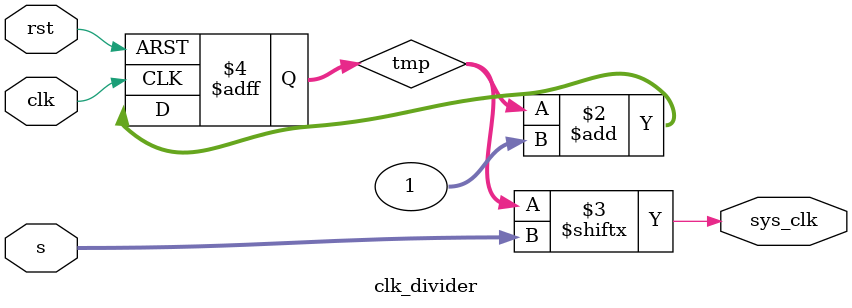
<source format=v>
`timescale 1ns / 1ps


module clk_divider(
        input clk,
        input rst,
        
        input [4:1] s,
        output sys_clk //output
        );
        
        reg [31:0] tmp;
        
        always@(posedge clk or posedge rst)
            begin                   
            if(rst)             
                tmp <=0;        
            else                
                tmp <= tmp+1;   
        end                     
                                
        assign sys_clk = tmp[s];
        
endmodule
</source>
